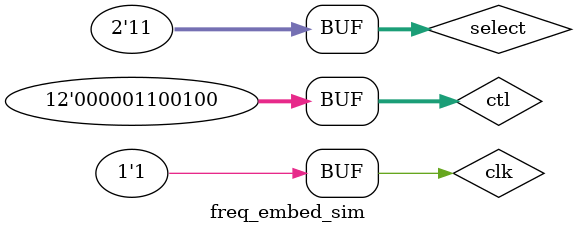
<source format=v>
`timescale 1ns / 1ps


module freq_embed_sim;

// clockgen 100mhz
reg clk = 0;
parameter period_clk = 10;
always
begin
    #(period_clk/2) clk <= 1'b0;
    #(period_clk/2) clk <= 1'b1;
end

reg[11:0] ctl;
reg[1:0] select;
wire clk_10k;
wire clk_05;
wire[7:0] wave;
wire[31:0] data;

initial
begin
    select = 2'b11;
    ctl = 12'd100;
end

divclk divclk_fes(
    .clk(clk),
    .out_clk3(clk_10k),
    .out_clk4(clk_05)
    );

wave_out wave_out_fes(
    .clk(clk_10k),
    .wave_selector(select),
    .freq_ctl(ctl),
    .output_wave(wave)
    );

freq_embed freq_embed_tb(
    .clk_10k(clk_10k),
    .clk_05(clk_05),
    .wave_in(wave),
    .freq_ctl(ctl),
    .freq_data(data)
    );


endmodule

</source>
